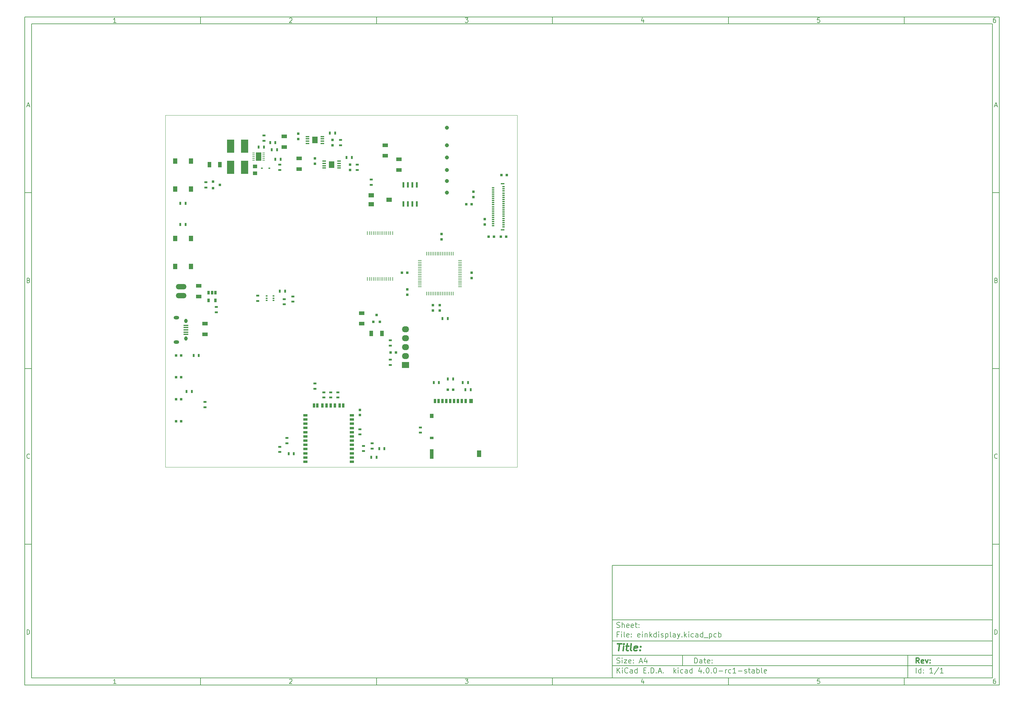
<source format=gts>
G04 #@! TF.FileFunction,Soldermask,Top*
%FSLAX46Y46*%
G04 Gerber Fmt 4.6, Leading zero omitted, Abs format (unit mm)*
G04 Created by KiCad (PCBNEW 4.0.0-rc1-stable) date Tue 08 Dec 2015 07:53:02 AM PST*
%MOMM*%
G01*
G04 APERTURE LIST*
%ADD10C,0.100000*%
%ADD11C,0.150000*%
%ADD12C,0.300000*%
%ADD13C,0.400000*%
%ADD14R,0.500000X0.900000*%
%ADD15R,0.600000X1.550000*%
%ADD16R,1.000000X0.250000*%
%ADD17R,0.250000X1.000000*%
%ADD18R,1.350000X0.400000*%
%ADD19O,0.950000X1.250000*%
%ADD20O,1.550000X1.000000*%
%ADD21O,3.014980X1.506220*%
%ADD22R,1.600000X1.000000*%
%ADD23R,0.750000X0.800000*%
%ADD24R,1.000000X1.600000*%
%ADD25R,0.800000X0.750000*%
%ADD26R,1.250000X1.000000*%
%ADD27R,1.000000X0.800000*%
%ADD28R,0.700000X1.200000*%
%ADD29R,1.000000X1.300480*%
%ADD30R,1.300000X1.900000*%
%ADD31R,1.000000X2.800000*%
%ADD32R,1.000000X1.200000*%
%ADD33R,0.797560X0.797560*%
%ADD34R,1.000000X0.400000*%
%ADD35R,0.800000X0.300000*%
%ADD36R,2.000000X3.700000*%
%ADD37R,2.032000X1.727200*%
%ADD38O,2.032000X1.727200*%
%ADD39R,0.800100X0.800100*%
%ADD40R,0.900000X0.500000*%
%ADD41R,1.524000X1.270000*%
%ADD42R,1.300000X1.550000*%
%ADD43C,1.143000*%
%ADD44R,0.650000X1.060000*%
%ADD45R,0.280000X1.000000*%
%ADD46R,1.650000X2.380000*%
%ADD47R,0.675000X0.250000*%
%ADD48R,1.600000X1.900000*%
%ADD49R,1.000000X0.380000*%
%ADD50R,0.600000X0.420000*%
%ADD51R,0.590000X0.450000*%
%ADD52R,1.295400X0.797560*%
%ADD53R,0.797560X1.295400*%
G04 APERTURE END LIST*
D10*
D11*
X177002200Y-166007200D02*
X177002200Y-198007200D01*
X285002200Y-198007200D01*
X285002200Y-166007200D01*
X177002200Y-166007200D01*
D10*
D11*
X10000000Y-10000000D02*
X10000000Y-200007200D01*
X287002200Y-200007200D01*
X287002200Y-10000000D01*
X10000000Y-10000000D01*
D10*
D11*
X12000000Y-12000000D02*
X12000000Y-198007200D01*
X285002200Y-198007200D01*
X285002200Y-12000000D01*
X12000000Y-12000000D01*
D10*
D11*
X60000000Y-12000000D02*
X60000000Y-10000000D01*
D10*
D11*
X110000000Y-12000000D02*
X110000000Y-10000000D01*
D10*
D11*
X160000000Y-12000000D02*
X160000000Y-10000000D01*
D10*
D11*
X210000000Y-12000000D02*
X210000000Y-10000000D01*
D10*
D11*
X260000000Y-12000000D02*
X260000000Y-10000000D01*
D10*
D11*
X35990476Y-11588095D02*
X35247619Y-11588095D01*
X35619048Y-11588095D02*
X35619048Y-10288095D01*
X35495238Y-10473810D01*
X35371429Y-10597619D01*
X35247619Y-10659524D01*
D10*
D11*
X85247619Y-10411905D02*
X85309524Y-10350000D01*
X85433333Y-10288095D01*
X85742857Y-10288095D01*
X85866667Y-10350000D01*
X85928571Y-10411905D01*
X85990476Y-10535714D01*
X85990476Y-10659524D01*
X85928571Y-10845238D01*
X85185714Y-11588095D01*
X85990476Y-11588095D01*
D10*
D11*
X135185714Y-10288095D02*
X135990476Y-10288095D01*
X135557143Y-10783333D01*
X135742857Y-10783333D01*
X135866667Y-10845238D01*
X135928571Y-10907143D01*
X135990476Y-11030952D01*
X135990476Y-11340476D01*
X135928571Y-11464286D01*
X135866667Y-11526190D01*
X135742857Y-11588095D01*
X135371429Y-11588095D01*
X135247619Y-11526190D01*
X135185714Y-11464286D01*
D10*
D11*
X185866667Y-10721429D02*
X185866667Y-11588095D01*
X185557143Y-10226190D02*
X185247619Y-11154762D01*
X186052381Y-11154762D01*
D10*
D11*
X235928571Y-10288095D02*
X235309524Y-10288095D01*
X235247619Y-10907143D01*
X235309524Y-10845238D01*
X235433333Y-10783333D01*
X235742857Y-10783333D01*
X235866667Y-10845238D01*
X235928571Y-10907143D01*
X235990476Y-11030952D01*
X235990476Y-11340476D01*
X235928571Y-11464286D01*
X235866667Y-11526190D01*
X235742857Y-11588095D01*
X235433333Y-11588095D01*
X235309524Y-11526190D01*
X235247619Y-11464286D01*
D10*
D11*
X285866667Y-10288095D02*
X285619048Y-10288095D01*
X285495238Y-10350000D01*
X285433333Y-10411905D01*
X285309524Y-10597619D01*
X285247619Y-10845238D01*
X285247619Y-11340476D01*
X285309524Y-11464286D01*
X285371429Y-11526190D01*
X285495238Y-11588095D01*
X285742857Y-11588095D01*
X285866667Y-11526190D01*
X285928571Y-11464286D01*
X285990476Y-11340476D01*
X285990476Y-11030952D01*
X285928571Y-10907143D01*
X285866667Y-10845238D01*
X285742857Y-10783333D01*
X285495238Y-10783333D01*
X285371429Y-10845238D01*
X285309524Y-10907143D01*
X285247619Y-11030952D01*
D10*
D11*
X60000000Y-198007200D02*
X60000000Y-200007200D01*
D10*
D11*
X110000000Y-198007200D02*
X110000000Y-200007200D01*
D10*
D11*
X160000000Y-198007200D02*
X160000000Y-200007200D01*
D10*
D11*
X210000000Y-198007200D02*
X210000000Y-200007200D01*
D10*
D11*
X260000000Y-198007200D02*
X260000000Y-200007200D01*
D10*
D11*
X35990476Y-199595295D02*
X35247619Y-199595295D01*
X35619048Y-199595295D02*
X35619048Y-198295295D01*
X35495238Y-198481010D01*
X35371429Y-198604819D01*
X35247619Y-198666724D01*
D10*
D11*
X85247619Y-198419105D02*
X85309524Y-198357200D01*
X85433333Y-198295295D01*
X85742857Y-198295295D01*
X85866667Y-198357200D01*
X85928571Y-198419105D01*
X85990476Y-198542914D01*
X85990476Y-198666724D01*
X85928571Y-198852438D01*
X85185714Y-199595295D01*
X85990476Y-199595295D01*
D10*
D11*
X135185714Y-198295295D02*
X135990476Y-198295295D01*
X135557143Y-198790533D01*
X135742857Y-198790533D01*
X135866667Y-198852438D01*
X135928571Y-198914343D01*
X135990476Y-199038152D01*
X135990476Y-199347676D01*
X135928571Y-199471486D01*
X135866667Y-199533390D01*
X135742857Y-199595295D01*
X135371429Y-199595295D01*
X135247619Y-199533390D01*
X135185714Y-199471486D01*
D10*
D11*
X185866667Y-198728629D02*
X185866667Y-199595295D01*
X185557143Y-198233390D02*
X185247619Y-199161962D01*
X186052381Y-199161962D01*
D10*
D11*
X235928571Y-198295295D02*
X235309524Y-198295295D01*
X235247619Y-198914343D01*
X235309524Y-198852438D01*
X235433333Y-198790533D01*
X235742857Y-198790533D01*
X235866667Y-198852438D01*
X235928571Y-198914343D01*
X235990476Y-199038152D01*
X235990476Y-199347676D01*
X235928571Y-199471486D01*
X235866667Y-199533390D01*
X235742857Y-199595295D01*
X235433333Y-199595295D01*
X235309524Y-199533390D01*
X235247619Y-199471486D01*
D10*
D11*
X285866667Y-198295295D02*
X285619048Y-198295295D01*
X285495238Y-198357200D01*
X285433333Y-198419105D01*
X285309524Y-198604819D01*
X285247619Y-198852438D01*
X285247619Y-199347676D01*
X285309524Y-199471486D01*
X285371429Y-199533390D01*
X285495238Y-199595295D01*
X285742857Y-199595295D01*
X285866667Y-199533390D01*
X285928571Y-199471486D01*
X285990476Y-199347676D01*
X285990476Y-199038152D01*
X285928571Y-198914343D01*
X285866667Y-198852438D01*
X285742857Y-198790533D01*
X285495238Y-198790533D01*
X285371429Y-198852438D01*
X285309524Y-198914343D01*
X285247619Y-199038152D01*
D10*
D11*
X10000000Y-60000000D02*
X12000000Y-60000000D01*
D10*
D11*
X10000000Y-110000000D02*
X12000000Y-110000000D01*
D10*
D11*
X10000000Y-160000000D02*
X12000000Y-160000000D01*
D10*
D11*
X10690476Y-35216667D02*
X11309524Y-35216667D01*
X10566667Y-35588095D02*
X11000000Y-34288095D01*
X11433333Y-35588095D01*
D10*
D11*
X11092857Y-84907143D02*
X11278571Y-84969048D01*
X11340476Y-85030952D01*
X11402381Y-85154762D01*
X11402381Y-85340476D01*
X11340476Y-85464286D01*
X11278571Y-85526190D01*
X11154762Y-85588095D01*
X10659524Y-85588095D01*
X10659524Y-84288095D01*
X11092857Y-84288095D01*
X11216667Y-84350000D01*
X11278571Y-84411905D01*
X11340476Y-84535714D01*
X11340476Y-84659524D01*
X11278571Y-84783333D01*
X11216667Y-84845238D01*
X11092857Y-84907143D01*
X10659524Y-84907143D01*
D10*
D11*
X11402381Y-135464286D02*
X11340476Y-135526190D01*
X11154762Y-135588095D01*
X11030952Y-135588095D01*
X10845238Y-135526190D01*
X10721429Y-135402381D01*
X10659524Y-135278571D01*
X10597619Y-135030952D01*
X10597619Y-134845238D01*
X10659524Y-134597619D01*
X10721429Y-134473810D01*
X10845238Y-134350000D01*
X11030952Y-134288095D01*
X11154762Y-134288095D01*
X11340476Y-134350000D01*
X11402381Y-134411905D01*
D10*
D11*
X10659524Y-185588095D02*
X10659524Y-184288095D01*
X10969048Y-184288095D01*
X11154762Y-184350000D01*
X11278571Y-184473810D01*
X11340476Y-184597619D01*
X11402381Y-184845238D01*
X11402381Y-185030952D01*
X11340476Y-185278571D01*
X11278571Y-185402381D01*
X11154762Y-185526190D01*
X10969048Y-185588095D01*
X10659524Y-185588095D01*
D10*
D11*
X287002200Y-60000000D02*
X285002200Y-60000000D01*
D10*
D11*
X287002200Y-110000000D02*
X285002200Y-110000000D01*
D10*
D11*
X287002200Y-160000000D02*
X285002200Y-160000000D01*
D10*
D11*
X285692676Y-35216667D02*
X286311724Y-35216667D01*
X285568867Y-35588095D02*
X286002200Y-34288095D01*
X286435533Y-35588095D01*
D10*
D11*
X286095057Y-84907143D02*
X286280771Y-84969048D01*
X286342676Y-85030952D01*
X286404581Y-85154762D01*
X286404581Y-85340476D01*
X286342676Y-85464286D01*
X286280771Y-85526190D01*
X286156962Y-85588095D01*
X285661724Y-85588095D01*
X285661724Y-84288095D01*
X286095057Y-84288095D01*
X286218867Y-84350000D01*
X286280771Y-84411905D01*
X286342676Y-84535714D01*
X286342676Y-84659524D01*
X286280771Y-84783333D01*
X286218867Y-84845238D01*
X286095057Y-84907143D01*
X285661724Y-84907143D01*
D10*
D11*
X286404581Y-135464286D02*
X286342676Y-135526190D01*
X286156962Y-135588095D01*
X286033152Y-135588095D01*
X285847438Y-135526190D01*
X285723629Y-135402381D01*
X285661724Y-135278571D01*
X285599819Y-135030952D01*
X285599819Y-134845238D01*
X285661724Y-134597619D01*
X285723629Y-134473810D01*
X285847438Y-134350000D01*
X286033152Y-134288095D01*
X286156962Y-134288095D01*
X286342676Y-134350000D01*
X286404581Y-134411905D01*
D10*
D11*
X285661724Y-185588095D02*
X285661724Y-184288095D01*
X285971248Y-184288095D01*
X286156962Y-184350000D01*
X286280771Y-184473810D01*
X286342676Y-184597619D01*
X286404581Y-184845238D01*
X286404581Y-185030952D01*
X286342676Y-185278571D01*
X286280771Y-185402381D01*
X286156962Y-185526190D01*
X285971248Y-185588095D01*
X285661724Y-185588095D01*
D10*
D11*
X200359343Y-193785771D02*
X200359343Y-192285771D01*
X200716486Y-192285771D01*
X200930771Y-192357200D01*
X201073629Y-192500057D01*
X201145057Y-192642914D01*
X201216486Y-192928629D01*
X201216486Y-193142914D01*
X201145057Y-193428629D01*
X201073629Y-193571486D01*
X200930771Y-193714343D01*
X200716486Y-193785771D01*
X200359343Y-193785771D01*
X202502200Y-193785771D02*
X202502200Y-193000057D01*
X202430771Y-192857200D01*
X202287914Y-192785771D01*
X202002200Y-192785771D01*
X201859343Y-192857200D01*
X202502200Y-193714343D02*
X202359343Y-193785771D01*
X202002200Y-193785771D01*
X201859343Y-193714343D01*
X201787914Y-193571486D01*
X201787914Y-193428629D01*
X201859343Y-193285771D01*
X202002200Y-193214343D01*
X202359343Y-193214343D01*
X202502200Y-193142914D01*
X203002200Y-192785771D02*
X203573629Y-192785771D01*
X203216486Y-192285771D02*
X203216486Y-193571486D01*
X203287914Y-193714343D01*
X203430772Y-193785771D01*
X203573629Y-193785771D01*
X204645057Y-193714343D02*
X204502200Y-193785771D01*
X204216486Y-193785771D01*
X204073629Y-193714343D01*
X204002200Y-193571486D01*
X204002200Y-193000057D01*
X204073629Y-192857200D01*
X204216486Y-192785771D01*
X204502200Y-192785771D01*
X204645057Y-192857200D01*
X204716486Y-193000057D01*
X204716486Y-193142914D01*
X204002200Y-193285771D01*
X205359343Y-193642914D02*
X205430771Y-193714343D01*
X205359343Y-193785771D01*
X205287914Y-193714343D01*
X205359343Y-193642914D01*
X205359343Y-193785771D01*
X205359343Y-192857200D02*
X205430771Y-192928629D01*
X205359343Y-193000057D01*
X205287914Y-192928629D01*
X205359343Y-192857200D01*
X205359343Y-193000057D01*
D10*
D11*
X177002200Y-194507200D02*
X285002200Y-194507200D01*
D10*
D11*
X178359343Y-196585771D02*
X178359343Y-195085771D01*
X179216486Y-196585771D02*
X178573629Y-195728629D01*
X179216486Y-195085771D02*
X178359343Y-195942914D01*
X179859343Y-196585771D02*
X179859343Y-195585771D01*
X179859343Y-195085771D02*
X179787914Y-195157200D01*
X179859343Y-195228629D01*
X179930771Y-195157200D01*
X179859343Y-195085771D01*
X179859343Y-195228629D01*
X181430772Y-196442914D02*
X181359343Y-196514343D01*
X181145057Y-196585771D01*
X181002200Y-196585771D01*
X180787915Y-196514343D01*
X180645057Y-196371486D01*
X180573629Y-196228629D01*
X180502200Y-195942914D01*
X180502200Y-195728629D01*
X180573629Y-195442914D01*
X180645057Y-195300057D01*
X180787915Y-195157200D01*
X181002200Y-195085771D01*
X181145057Y-195085771D01*
X181359343Y-195157200D01*
X181430772Y-195228629D01*
X182716486Y-196585771D02*
X182716486Y-195800057D01*
X182645057Y-195657200D01*
X182502200Y-195585771D01*
X182216486Y-195585771D01*
X182073629Y-195657200D01*
X182716486Y-196514343D02*
X182573629Y-196585771D01*
X182216486Y-196585771D01*
X182073629Y-196514343D01*
X182002200Y-196371486D01*
X182002200Y-196228629D01*
X182073629Y-196085771D01*
X182216486Y-196014343D01*
X182573629Y-196014343D01*
X182716486Y-195942914D01*
X184073629Y-196585771D02*
X184073629Y-195085771D01*
X184073629Y-196514343D02*
X183930772Y-196585771D01*
X183645058Y-196585771D01*
X183502200Y-196514343D01*
X183430772Y-196442914D01*
X183359343Y-196300057D01*
X183359343Y-195871486D01*
X183430772Y-195728629D01*
X183502200Y-195657200D01*
X183645058Y-195585771D01*
X183930772Y-195585771D01*
X184073629Y-195657200D01*
X185930772Y-195800057D02*
X186430772Y-195800057D01*
X186645058Y-196585771D02*
X185930772Y-196585771D01*
X185930772Y-195085771D01*
X186645058Y-195085771D01*
X187287915Y-196442914D02*
X187359343Y-196514343D01*
X187287915Y-196585771D01*
X187216486Y-196514343D01*
X187287915Y-196442914D01*
X187287915Y-196585771D01*
X188002201Y-196585771D02*
X188002201Y-195085771D01*
X188359344Y-195085771D01*
X188573629Y-195157200D01*
X188716487Y-195300057D01*
X188787915Y-195442914D01*
X188859344Y-195728629D01*
X188859344Y-195942914D01*
X188787915Y-196228629D01*
X188716487Y-196371486D01*
X188573629Y-196514343D01*
X188359344Y-196585771D01*
X188002201Y-196585771D01*
X189502201Y-196442914D02*
X189573629Y-196514343D01*
X189502201Y-196585771D01*
X189430772Y-196514343D01*
X189502201Y-196442914D01*
X189502201Y-196585771D01*
X190145058Y-196157200D02*
X190859344Y-196157200D01*
X190002201Y-196585771D02*
X190502201Y-195085771D01*
X191002201Y-196585771D01*
X191502201Y-196442914D02*
X191573629Y-196514343D01*
X191502201Y-196585771D01*
X191430772Y-196514343D01*
X191502201Y-196442914D01*
X191502201Y-196585771D01*
X194502201Y-196585771D02*
X194502201Y-195085771D01*
X194645058Y-196014343D02*
X195073629Y-196585771D01*
X195073629Y-195585771D02*
X194502201Y-196157200D01*
X195716487Y-196585771D02*
X195716487Y-195585771D01*
X195716487Y-195085771D02*
X195645058Y-195157200D01*
X195716487Y-195228629D01*
X195787915Y-195157200D01*
X195716487Y-195085771D01*
X195716487Y-195228629D01*
X197073630Y-196514343D02*
X196930773Y-196585771D01*
X196645059Y-196585771D01*
X196502201Y-196514343D01*
X196430773Y-196442914D01*
X196359344Y-196300057D01*
X196359344Y-195871486D01*
X196430773Y-195728629D01*
X196502201Y-195657200D01*
X196645059Y-195585771D01*
X196930773Y-195585771D01*
X197073630Y-195657200D01*
X198359344Y-196585771D02*
X198359344Y-195800057D01*
X198287915Y-195657200D01*
X198145058Y-195585771D01*
X197859344Y-195585771D01*
X197716487Y-195657200D01*
X198359344Y-196514343D02*
X198216487Y-196585771D01*
X197859344Y-196585771D01*
X197716487Y-196514343D01*
X197645058Y-196371486D01*
X197645058Y-196228629D01*
X197716487Y-196085771D01*
X197859344Y-196014343D01*
X198216487Y-196014343D01*
X198359344Y-195942914D01*
X199716487Y-196585771D02*
X199716487Y-195085771D01*
X199716487Y-196514343D02*
X199573630Y-196585771D01*
X199287916Y-196585771D01*
X199145058Y-196514343D01*
X199073630Y-196442914D01*
X199002201Y-196300057D01*
X199002201Y-195871486D01*
X199073630Y-195728629D01*
X199145058Y-195657200D01*
X199287916Y-195585771D01*
X199573630Y-195585771D01*
X199716487Y-195657200D01*
X202216487Y-195585771D02*
X202216487Y-196585771D01*
X201859344Y-195014343D02*
X201502201Y-196085771D01*
X202430773Y-196085771D01*
X203002201Y-196442914D02*
X203073629Y-196514343D01*
X203002201Y-196585771D01*
X202930772Y-196514343D01*
X203002201Y-196442914D01*
X203002201Y-196585771D01*
X204002201Y-195085771D02*
X204145058Y-195085771D01*
X204287915Y-195157200D01*
X204359344Y-195228629D01*
X204430773Y-195371486D01*
X204502201Y-195657200D01*
X204502201Y-196014343D01*
X204430773Y-196300057D01*
X204359344Y-196442914D01*
X204287915Y-196514343D01*
X204145058Y-196585771D01*
X204002201Y-196585771D01*
X203859344Y-196514343D01*
X203787915Y-196442914D01*
X203716487Y-196300057D01*
X203645058Y-196014343D01*
X203645058Y-195657200D01*
X203716487Y-195371486D01*
X203787915Y-195228629D01*
X203859344Y-195157200D01*
X204002201Y-195085771D01*
X205145058Y-196442914D02*
X205216486Y-196514343D01*
X205145058Y-196585771D01*
X205073629Y-196514343D01*
X205145058Y-196442914D01*
X205145058Y-196585771D01*
X206145058Y-195085771D02*
X206287915Y-195085771D01*
X206430772Y-195157200D01*
X206502201Y-195228629D01*
X206573630Y-195371486D01*
X206645058Y-195657200D01*
X206645058Y-196014343D01*
X206573630Y-196300057D01*
X206502201Y-196442914D01*
X206430772Y-196514343D01*
X206287915Y-196585771D01*
X206145058Y-196585771D01*
X206002201Y-196514343D01*
X205930772Y-196442914D01*
X205859344Y-196300057D01*
X205787915Y-196014343D01*
X205787915Y-195657200D01*
X205859344Y-195371486D01*
X205930772Y-195228629D01*
X206002201Y-195157200D01*
X206145058Y-195085771D01*
X207287915Y-196014343D02*
X208430772Y-196014343D01*
X209145058Y-196585771D02*
X209145058Y-195585771D01*
X209145058Y-195871486D02*
X209216486Y-195728629D01*
X209287915Y-195657200D01*
X209430772Y-195585771D01*
X209573629Y-195585771D01*
X210716486Y-196514343D02*
X210573629Y-196585771D01*
X210287915Y-196585771D01*
X210145057Y-196514343D01*
X210073629Y-196442914D01*
X210002200Y-196300057D01*
X210002200Y-195871486D01*
X210073629Y-195728629D01*
X210145057Y-195657200D01*
X210287915Y-195585771D01*
X210573629Y-195585771D01*
X210716486Y-195657200D01*
X212145057Y-196585771D02*
X211287914Y-196585771D01*
X211716486Y-196585771D02*
X211716486Y-195085771D01*
X211573629Y-195300057D01*
X211430771Y-195442914D01*
X211287914Y-195514343D01*
X212787914Y-196014343D02*
X213930771Y-196014343D01*
X214573628Y-196514343D02*
X214716485Y-196585771D01*
X215002200Y-196585771D01*
X215145057Y-196514343D01*
X215216485Y-196371486D01*
X215216485Y-196300057D01*
X215145057Y-196157200D01*
X215002200Y-196085771D01*
X214787914Y-196085771D01*
X214645057Y-196014343D01*
X214573628Y-195871486D01*
X214573628Y-195800057D01*
X214645057Y-195657200D01*
X214787914Y-195585771D01*
X215002200Y-195585771D01*
X215145057Y-195657200D01*
X215645057Y-195585771D02*
X216216486Y-195585771D01*
X215859343Y-195085771D02*
X215859343Y-196371486D01*
X215930771Y-196514343D01*
X216073629Y-196585771D01*
X216216486Y-196585771D01*
X217359343Y-196585771D02*
X217359343Y-195800057D01*
X217287914Y-195657200D01*
X217145057Y-195585771D01*
X216859343Y-195585771D01*
X216716486Y-195657200D01*
X217359343Y-196514343D02*
X217216486Y-196585771D01*
X216859343Y-196585771D01*
X216716486Y-196514343D01*
X216645057Y-196371486D01*
X216645057Y-196228629D01*
X216716486Y-196085771D01*
X216859343Y-196014343D01*
X217216486Y-196014343D01*
X217359343Y-195942914D01*
X218073629Y-196585771D02*
X218073629Y-195085771D01*
X218073629Y-195657200D02*
X218216486Y-195585771D01*
X218502200Y-195585771D01*
X218645057Y-195657200D01*
X218716486Y-195728629D01*
X218787915Y-195871486D01*
X218787915Y-196300057D01*
X218716486Y-196442914D01*
X218645057Y-196514343D01*
X218502200Y-196585771D01*
X218216486Y-196585771D01*
X218073629Y-196514343D01*
X219645058Y-196585771D02*
X219502200Y-196514343D01*
X219430772Y-196371486D01*
X219430772Y-195085771D01*
X220787914Y-196514343D02*
X220645057Y-196585771D01*
X220359343Y-196585771D01*
X220216486Y-196514343D01*
X220145057Y-196371486D01*
X220145057Y-195800057D01*
X220216486Y-195657200D01*
X220359343Y-195585771D01*
X220645057Y-195585771D01*
X220787914Y-195657200D01*
X220859343Y-195800057D01*
X220859343Y-195942914D01*
X220145057Y-196085771D01*
D10*
D11*
X177002200Y-191507200D02*
X285002200Y-191507200D01*
D10*
D12*
X264216486Y-193785771D02*
X263716486Y-193071486D01*
X263359343Y-193785771D02*
X263359343Y-192285771D01*
X263930771Y-192285771D01*
X264073629Y-192357200D01*
X264145057Y-192428629D01*
X264216486Y-192571486D01*
X264216486Y-192785771D01*
X264145057Y-192928629D01*
X264073629Y-193000057D01*
X263930771Y-193071486D01*
X263359343Y-193071486D01*
X265430771Y-193714343D02*
X265287914Y-193785771D01*
X265002200Y-193785771D01*
X264859343Y-193714343D01*
X264787914Y-193571486D01*
X264787914Y-193000057D01*
X264859343Y-192857200D01*
X265002200Y-192785771D01*
X265287914Y-192785771D01*
X265430771Y-192857200D01*
X265502200Y-193000057D01*
X265502200Y-193142914D01*
X264787914Y-193285771D01*
X266002200Y-192785771D02*
X266359343Y-193785771D01*
X266716485Y-192785771D01*
X267287914Y-193642914D02*
X267359342Y-193714343D01*
X267287914Y-193785771D01*
X267216485Y-193714343D01*
X267287914Y-193642914D01*
X267287914Y-193785771D01*
X267287914Y-192857200D02*
X267359342Y-192928629D01*
X267287914Y-193000057D01*
X267216485Y-192928629D01*
X267287914Y-192857200D01*
X267287914Y-193000057D01*
D10*
D11*
X178287914Y-193714343D02*
X178502200Y-193785771D01*
X178859343Y-193785771D01*
X179002200Y-193714343D01*
X179073629Y-193642914D01*
X179145057Y-193500057D01*
X179145057Y-193357200D01*
X179073629Y-193214343D01*
X179002200Y-193142914D01*
X178859343Y-193071486D01*
X178573629Y-193000057D01*
X178430771Y-192928629D01*
X178359343Y-192857200D01*
X178287914Y-192714343D01*
X178287914Y-192571486D01*
X178359343Y-192428629D01*
X178430771Y-192357200D01*
X178573629Y-192285771D01*
X178930771Y-192285771D01*
X179145057Y-192357200D01*
X179787914Y-193785771D02*
X179787914Y-192785771D01*
X179787914Y-192285771D02*
X179716485Y-192357200D01*
X179787914Y-192428629D01*
X179859342Y-192357200D01*
X179787914Y-192285771D01*
X179787914Y-192428629D01*
X180359343Y-192785771D02*
X181145057Y-192785771D01*
X180359343Y-193785771D01*
X181145057Y-193785771D01*
X182287914Y-193714343D02*
X182145057Y-193785771D01*
X181859343Y-193785771D01*
X181716486Y-193714343D01*
X181645057Y-193571486D01*
X181645057Y-193000057D01*
X181716486Y-192857200D01*
X181859343Y-192785771D01*
X182145057Y-192785771D01*
X182287914Y-192857200D01*
X182359343Y-193000057D01*
X182359343Y-193142914D01*
X181645057Y-193285771D01*
X183002200Y-193642914D02*
X183073628Y-193714343D01*
X183002200Y-193785771D01*
X182930771Y-193714343D01*
X183002200Y-193642914D01*
X183002200Y-193785771D01*
X183002200Y-192857200D02*
X183073628Y-192928629D01*
X183002200Y-193000057D01*
X182930771Y-192928629D01*
X183002200Y-192857200D01*
X183002200Y-193000057D01*
X184787914Y-193357200D02*
X185502200Y-193357200D01*
X184645057Y-193785771D02*
X185145057Y-192285771D01*
X185645057Y-193785771D01*
X186787914Y-192785771D02*
X186787914Y-193785771D01*
X186430771Y-192214343D02*
X186073628Y-193285771D01*
X187002200Y-193285771D01*
D10*
D11*
X263359343Y-196585771D02*
X263359343Y-195085771D01*
X264716486Y-196585771D02*
X264716486Y-195085771D01*
X264716486Y-196514343D02*
X264573629Y-196585771D01*
X264287915Y-196585771D01*
X264145057Y-196514343D01*
X264073629Y-196442914D01*
X264002200Y-196300057D01*
X264002200Y-195871486D01*
X264073629Y-195728629D01*
X264145057Y-195657200D01*
X264287915Y-195585771D01*
X264573629Y-195585771D01*
X264716486Y-195657200D01*
X265430772Y-196442914D02*
X265502200Y-196514343D01*
X265430772Y-196585771D01*
X265359343Y-196514343D01*
X265430772Y-196442914D01*
X265430772Y-196585771D01*
X265430772Y-195657200D02*
X265502200Y-195728629D01*
X265430772Y-195800057D01*
X265359343Y-195728629D01*
X265430772Y-195657200D01*
X265430772Y-195800057D01*
X268073629Y-196585771D02*
X267216486Y-196585771D01*
X267645058Y-196585771D02*
X267645058Y-195085771D01*
X267502201Y-195300057D01*
X267359343Y-195442914D01*
X267216486Y-195514343D01*
X269787914Y-195014343D02*
X268502200Y-196942914D01*
X271073629Y-196585771D02*
X270216486Y-196585771D01*
X270645058Y-196585771D02*
X270645058Y-195085771D01*
X270502201Y-195300057D01*
X270359343Y-195442914D01*
X270216486Y-195514343D01*
D10*
D11*
X177002200Y-187507200D02*
X285002200Y-187507200D01*
D10*
D13*
X178454581Y-188211962D02*
X179597438Y-188211962D01*
X178776010Y-190211962D02*
X179026010Y-188211962D01*
X180014105Y-190211962D02*
X180180771Y-188878629D01*
X180264105Y-188211962D02*
X180156962Y-188307200D01*
X180240295Y-188402438D01*
X180347439Y-188307200D01*
X180264105Y-188211962D01*
X180240295Y-188402438D01*
X180847438Y-188878629D02*
X181609343Y-188878629D01*
X181216486Y-188211962D02*
X181002200Y-189926248D01*
X181073630Y-190116724D01*
X181252201Y-190211962D01*
X181442677Y-190211962D01*
X182395058Y-190211962D02*
X182216487Y-190116724D01*
X182145057Y-189926248D01*
X182359343Y-188211962D01*
X183930772Y-190116724D02*
X183728391Y-190211962D01*
X183347439Y-190211962D01*
X183168867Y-190116724D01*
X183097438Y-189926248D01*
X183192676Y-189164343D01*
X183311724Y-188973867D01*
X183514105Y-188878629D01*
X183895057Y-188878629D01*
X184073629Y-188973867D01*
X184145057Y-189164343D01*
X184121248Y-189354819D01*
X183145057Y-189545295D01*
X184895057Y-190021486D02*
X184978392Y-190116724D01*
X184871248Y-190211962D01*
X184787915Y-190116724D01*
X184895057Y-190021486D01*
X184871248Y-190211962D01*
X185026010Y-188973867D02*
X185109344Y-189069105D01*
X185002200Y-189164343D01*
X184918867Y-189069105D01*
X185026010Y-188973867D01*
X185002200Y-189164343D01*
D10*
D11*
X178859343Y-185600057D02*
X178359343Y-185600057D01*
X178359343Y-186385771D02*
X178359343Y-184885771D01*
X179073629Y-184885771D01*
X179645057Y-186385771D02*
X179645057Y-185385771D01*
X179645057Y-184885771D02*
X179573628Y-184957200D01*
X179645057Y-185028629D01*
X179716485Y-184957200D01*
X179645057Y-184885771D01*
X179645057Y-185028629D01*
X180573629Y-186385771D02*
X180430771Y-186314343D01*
X180359343Y-186171486D01*
X180359343Y-184885771D01*
X181716485Y-186314343D02*
X181573628Y-186385771D01*
X181287914Y-186385771D01*
X181145057Y-186314343D01*
X181073628Y-186171486D01*
X181073628Y-185600057D01*
X181145057Y-185457200D01*
X181287914Y-185385771D01*
X181573628Y-185385771D01*
X181716485Y-185457200D01*
X181787914Y-185600057D01*
X181787914Y-185742914D01*
X181073628Y-185885771D01*
X182430771Y-186242914D02*
X182502199Y-186314343D01*
X182430771Y-186385771D01*
X182359342Y-186314343D01*
X182430771Y-186242914D01*
X182430771Y-186385771D01*
X182430771Y-185457200D02*
X182502199Y-185528629D01*
X182430771Y-185600057D01*
X182359342Y-185528629D01*
X182430771Y-185457200D01*
X182430771Y-185600057D01*
X184859342Y-186314343D02*
X184716485Y-186385771D01*
X184430771Y-186385771D01*
X184287914Y-186314343D01*
X184216485Y-186171486D01*
X184216485Y-185600057D01*
X184287914Y-185457200D01*
X184430771Y-185385771D01*
X184716485Y-185385771D01*
X184859342Y-185457200D01*
X184930771Y-185600057D01*
X184930771Y-185742914D01*
X184216485Y-185885771D01*
X185573628Y-186385771D02*
X185573628Y-185385771D01*
X185573628Y-184885771D02*
X185502199Y-184957200D01*
X185573628Y-185028629D01*
X185645056Y-184957200D01*
X185573628Y-184885771D01*
X185573628Y-185028629D01*
X186287914Y-185385771D02*
X186287914Y-186385771D01*
X186287914Y-185528629D02*
X186359342Y-185457200D01*
X186502200Y-185385771D01*
X186716485Y-185385771D01*
X186859342Y-185457200D01*
X186930771Y-185600057D01*
X186930771Y-186385771D01*
X187645057Y-186385771D02*
X187645057Y-184885771D01*
X187787914Y-185814343D02*
X188216485Y-186385771D01*
X188216485Y-185385771D02*
X187645057Y-185957200D01*
X189502200Y-186385771D02*
X189502200Y-184885771D01*
X189502200Y-186314343D02*
X189359343Y-186385771D01*
X189073629Y-186385771D01*
X188930771Y-186314343D01*
X188859343Y-186242914D01*
X188787914Y-186100057D01*
X188787914Y-185671486D01*
X188859343Y-185528629D01*
X188930771Y-185457200D01*
X189073629Y-185385771D01*
X189359343Y-185385771D01*
X189502200Y-185457200D01*
X190216486Y-186385771D02*
X190216486Y-185385771D01*
X190216486Y-184885771D02*
X190145057Y-184957200D01*
X190216486Y-185028629D01*
X190287914Y-184957200D01*
X190216486Y-184885771D01*
X190216486Y-185028629D01*
X190859343Y-186314343D02*
X191002200Y-186385771D01*
X191287915Y-186385771D01*
X191430772Y-186314343D01*
X191502200Y-186171486D01*
X191502200Y-186100057D01*
X191430772Y-185957200D01*
X191287915Y-185885771D01*
X191073629Y-185885771D01*
X190930772Y-185814343D01*
X190859343Y-185671486D01*
X190859343Y-185600057D01*
X190930772Y-185457200D01*
X191073629Y-185385771D01*
X191287915Y-185385771D01*
X191430772Y-185457200D01*
X192145058Y-185385771D02*
X192145058Y-186885771D01*
X192145058Y-185457200D02*
X192287915Y-185385771D01*
X192573629Y-185385771D01*
X192716486Y-185457200D01*
X192787915Y-185528629D01*
X192859344Y-185671486D01*
X192859344Y-186100057D01*
X192787915Y-186242914D01*
X192716486Y-186314343D01*
X192573629Y-186385771D01*
X192287915Y-186385771D01*
X192145058Y-186314343D01*
X193716487Y-186385771D02*
X193573629Y-186314343D01*
X193502201Y-186171486D01*
X193502201Y-184885771D01*
X194930772Y-186385771D02*
X194930772Y-185600057D01*
X194859343Y-185457200D01*
X194716486Y-185385771D01*
X194430772Y-185385771D01*
X194287915Y-185457200D01*
X194930772Y-186314343D02*
X194787915Y-186385771D01*
X194430772Y-186385771D01*
X194287915Y-186314343D01*
X194216486Y-186171486D01*
X194216486Y-186028629D01*
X194287915Y-185885771D01*
X194430772Y-185814343D01*
X194787915Y-185814343D01*
X194930772Y-185742914D01*
X195502201Y-185385771D02*
X195859344Y-186385771D01*
X196216486Y-185385771D02*
X195859344Y-186385771D01*
X195716486Y-186742914D01*
X195645058Y-186814343D01*
X195502201Y-186885771D01*
X196787915Y-186242914D02*
X196859343Y-186314343D01*
X196787915Y-186385771D01*
X196716486Y-186314343D01*
X196787915Y-186242914D01*
X196787915Y-186385771D01*
X197502201Y-186385771D02*
X197502201Y-184885771D01*
X197645058Y-185814343D02*
X198073629Y-186385771D01*
X198073629Y-185385771D02*
X197502201Y-185957200D01*
X198716487Y-186385771D02*
X198716487Y-185385771D01*
X198716487Y-184885771D02*
X198645058Y-184957200D01*
X198716487Y-185028629D01*
X198787915Y-184957200D01*
X198716487Y-184885771D01*
X198716487Y-185028629D01*
X200073630Y-186314343D02*
X199930773Y-186385771D01*
X199645059Y-186385771D01*
X199502201Y-186314343D01*
X199430773Y-186242914D01*
X199359344Y-186100057D01*
X199359344Y-185671486D01*
X199430773Y-185528629D01*
X199502201Y-185457200D01*
X199645059Y-185385771D01*
X199930773Y-185385771D01*
X200073630Y-185457200D01*
X201359344Y-186385771D02*
X201359344Y-185600057D01*
X201287915Y-185457200D01*
X201145058Y-185385771D01*
X200859344Y-185385771D01*
X200716487Y-185457200D01*
X201359344Y-186314343D02*
X201216487Y-186385771D01*
X200859344Y-186385771D01*
X200716487Y-186314343D01*
X200645058Y-186171486D01*
X200645058Y-186028629D01*
X200716487Y-185885771D01*
X200859344Y-185814343D01*
X201216487Y-185814343D01*
X201359344Y-185742914D01*
X202716487Y-186385771D02*
X202716487Y-184885771D01*
X202716487Y-186314343D02*
X202573630Y-186385771D01*
X202287916Y-186385771D01*
X202145058Y-186314343D01*
X202073630Y-186242914D01*
X202002201Y-186100057D01*
X202002201Y-185671486D01*
X202073630Y-185528629D01*
X202145058Y-185457200D01*
X202287916Y-185385771D01*
X202573630Y-185385771D01*
X202716487Y-185457200D01*
X203073630Y-186528629D02*
X204216487Y-186528629D01*
X204573630Y-185385771D02*
X204573630Y-186885771D01*
X204573630Y-185457200D02*
X204716487Y-185385771D01*
X205002201Y-185385771D01*
X205145058Y-185457200D01*
X205216487Y-185528629D01*
X205287916Y-185671486D01*
X205287916Y-186100057D01*
X205216487Y-186242914D01*
X205145058Y-186314343D01*
X205002201Y-186385771D01*
X204716487Y-186385771D01*
X204573630Y-186314343D01*
X206573630Y-186314343D02*
X206430773Y-186385771D01*
X206145059Y-186385771D01*
X206002201Y-186314343D01*
X205930773Y-186242914D01*
X205859344Y-186100057D01*
X205859344Y-185671486D01*
X205930773Y-185528629D01*
X206002201Y-185457200D01*
X206145059Y-185385771D01*
X206430773Y-185385771D01*
X206573630Y-185457200D01*
X207216487Y-186385771D02*
X207216487Y-184885771D01*
X207216487Y-185457200D02*
X207359344Y-185385771D01*
X207645058Y-185385771D01*
X207787915Y-185457200D01*
X207859344Y-185528629D01*
X207930773Y-185671486D01*
X207930773Y-186100057D01*
X207859344Y-186242914D01*
X207787915Y-186314343D01*
X207645058Y-186385771D01*
X207359344Y-186385771D01*
X207216487Y-186314343D01*
D10*
D11*
X177002200Y-181507200D02*
X285002200Y-181507200D01*
D10*
D11*
X178287914Y-183614343D02*
X178502200Y-183685771D01*
X178859343Y-183685771D01*
X179002200Y-183614343D01*
X179073629Y-183542914D01*
X179145057Y-183400057D01*
X179145057Y-183257200D01*
X179073629Y-183114343D01*
X179002200Y-183042914D01*
X178859343Y-182971486D01*
X178573629Y-182900057D01*
X178430771Y-182828629D01*
X178359343Y-182757200D01*
X178287914Y-182614343D01*
X178287914Y-182471486D01*
X178359343Y-182328629D01*
X178430771Y-182257200D01*
X178573629Y-182185771D01*
X178930771Y-182185771D01*
X179145057Y-182257200D01*
X179787914Y-183685771D02*
X179787914Y-182185771D01*
X180430771Y-183685771D02*
X180430771Y-182900057D01*
X180359342Y-182757200D01*
X180216485Y-182685771D01*
X180002200Y-182685771D01*
X179859342Y-182757200D01*
X179787914Y-182828629D01*
X181716485Y-183614343D02*
X181573628Y-183685771D01*
X181287914Y-183685771D01*
X181145057Y-183614343D01*
X181073628Y-183471486D01*
X181073628Y-182900057D01*
X181145057Y-182757200D01*
X181287914Y-182685771D01*
X181573628Y-182685771D01*
X181716485Y-182757200D01*
X181787914Y-182900057D01*
X181787914Y-183042914D01*
X181073628Y-183185771D01*
X183002199Y-183614343D02*
X182859342Y-183685771D01*
X182573628Y-183685771D01*
X182430771Y-183614343D01*
X182359342Y-183471486D01*
X182359342Y-182900057D01*
X182430771Y-182757200D01*
X182573628Y-182685771D01*
X182859342Y-182685771D01*
X183002199Y-182757200D01*
X183073628Y-182900057D01*
X183073628Y-183042914D01*
X182359342Y-183185771D01*
X183502199Y-182685771D02*
X184073628Y-182685771D01*
X183716485Y-182185771D02*
X183716485Y-183471486D01*
X183787913Y-183614343D01*
X183930771Y-183685771D01*
X184073628Y-183685771D01*
X184573628Y-183542914D02*
X184645056Y-183614343D01*
X184573628Y-183685771D01*
X184502199Y-183614343D01*
X184573628Y-183542914D01*
X184573628Y-183685771D01*
X184573628Y-182757200D02*
X184645056Y-182828629D01*
X184573628Y-182900057D01*
X184502199Y-182828629D01*
X184573628Y-182757200D01*
X184573628Y-182900057D01*
D10*
D11*
X197002200Y-191507200D02*
X197002200Y-194507200D01*
D10*
D11*
X261002200Y-191507200D02*
X261002200Y-198007200D01*
D10*
X50000000Y-138000000D02*
X50000000Y-38000000D01*
X150000000Y-138000000D02*
X50000000Y-138000000D01*
X150000000Y-38000000D02*
X150000000Y-138000000D01*
X50000000Y-38000000D02*
X150000000Y-38000000D01*
D14*
X56000000Y-116500000D03*
X57500000Y-116500000D03*
D15*
X121405000Y-57800000D03*
X120135000Y-57800000D03*
X118865000Y-57800000D03*
X117595000Y-57800000D03*
X117595000Y-63200000D03*
X118865000Y-63200000D03*
X120135000Y-63200000D03*
X121405000Y-63200000D03*
D16*
X122300000Y-79250000D03*
X122300000Y-79750000D03*
X122300000Y-80250000D03*
X122300000Y-80750000D03*
X122300000Y-81250000D03*
X122300000Y-81750000D03*
X122300000Y-82250000D03*
X122300000Y-82750000D03*
X122300000Y-83250000D03*
X122300000Y-83750000D03*
X122300000Y-84250000D03*
X122300000Y-84750000D03*
X122300000Y-85250000D03*
X122300000Y-85750000D03*
X122300000Y-86250000D03*
X122300000Y-86750000D03*
D17*
X124250000Y-88700000D03*
X124750000Y-88700000D03*
X125250000Y-88700000D03*
X125750000Y-88700000D03*
X126250000Y-88700000D03*
X126750000Y-88700000D03*
X127250000Y-88700000D03*
X127750000Y-88700000D03*
X128250000Y-88700000D03*
X128750000Y-88700000D03*
X129250000Y-88700000D03*
X129750000Y-88700000D03*
X130250000Y-88700000D03*
X130750000Y-88700000D03*
X131250000Y-88700000D03*
X131750000Y-88700000D03*
D16*
X133700000Y-86750000D03*
X133700000Y-86250000D03*
X133700000Y-85750000D03*
X133700000Y-85250000D03*
X133700000Y-84750000D03*
X133700000Y-84250000D03*
X133700000Y-83750000D03*
X133700000Y-83250000D03*
X133700000Y-82750000D03*
X133700000Y-82250000D03*
X133700000Y-81750000D03*
X133700000Y-81250000D03*
X133700000Y-80750000D03*
X133700000Y-80250000D03*
X133700000Y-79750000D03*
X133700000Y-79250000D03*
D17*
X131750000Y-77300000D03*
X131250000Y-77300000D03*
X130750000Y-77300000D03*
X130250000Y-77300000D03*
X129750000Y-77300000D03*
X129250000Y-77300000D03*
X128750000Y-77300000D03*
X128250000Y-77300000D03*
X127750000Y-77300000D03*
X127250000Y-77300000D03*
X126750000Y-77300000D03*
X126250000Y-77300000D03*
X125750000Y-77300000D03*
X125250000Y-77300000D03*
X124750000Y-77300000D03*
X124250000Y-77300000D03*
D18*
X55812540Y-97700900D03*
X55812540Y-98350900D03*
X55812540Y-99000900D03*
X55812540Y-99650900D03*
X55812540Y-100300900D03*
D19*
X55812540Y-96500900D03*
X55812540Y-101500900D03*
D20*
X53112540Y-95500900D03*
X53112540Y-102500900D03*
D21*
X54500000Y-86730000D03*
X54500000Y-89270000D03*
D22*
X61250000Y-97250000D03*
X61250000Y-100250000D03*
D23*
X140750000Y-69000000D03*
X140750000Y-67500000D03*
D22*
X59500000Y-86500000D03*
X59500000Y-89500000D03*
D24*
X65500000Y-52000000D03*
X62500000Y-52000000D03*
D22*
X105750000Y-94250000D03*
X105750000Y-97250000D03*
D25*
X117250000Y-82750000D03*
X118750000Y-82750000D03*
D24*
X111500000Y-100000000D03*
X108500000Y-100000000D03*
D25*
X114000000Y-105477593D03*
X115500000Y-105477593D03*
D26*
X75500000Y-54500000D03*
X75500000Y-52500000D03*
D23*
X126000000Y-92000000D03*
X126000000Y-93500000D03*
X128000000Y-93500000D03*
X128000000Y-92000000D03*
D22*
X83750000Y-44000000D03*
X83750000Y-47000000D03*
X88000000Y-53250000D03*
X88000000Y-50250000D03*
D23*
X87750000Y-44750000D03*
X87750000Y-43250000D03*
X92500000Y-51750000D03*
X92500000Y-50250000D03*
X128500000Y-71750000D03*
X128500000Y-73250000D03*
X97500000Y-46500000D03*
X97500000Y-45000000D03*
X102500000Y-53500000D03*
X102500000Y-52000000D03*
X137000000Y-84250000D03*
X137000000Y-82750000D03*
D25*
X130250000Y-116000000D03*
X131750000Y-116000000D03*
D22*
X112500000Y-46500000D03*
X112500000Y-49500000D03*
X116400000Y-53500000D03*
X116400000Y-50500000D03*
D23*
X105250000Y-123250000D03*
X105250000Y-121750000D03*
D27*
X125700000Y-129700000D03*
D28*
X126650000Y-119200000D03*
X127600000Y-119200000D03*
X128700000Y-119200000D03*
X129800000Y-119200000D03*
X130900000Y-119200000D03*
X132000000Y-119200000D03*
X133100000Y-119200000D03*
X134200000Y-119200000D03*
X135300000Y-119200000D03*
D29*
X125700000Y-123500000D03*
D30*
X139100000Y-134200000D03*
D31*
X125700000Y-134300000D03*
D32*
X136850000Y-119200000D03*
D33*
X53000700Y-106250000D03*
X54499300Y-106250000D03*
X53000700Y-112500000D03*
X54499300Y-112500000D03*
X53000700Y-118750000D03*
X54499300Y-118750000D03*
X53000700Y-125000000D03*
X54499300Y-125000000D03*
D34*
X145800000Y-70550000D03*
X145800000Y-57450000D03*
D35*
X146100000Y-58300000D03*
X146100000Y-58900000D03*
X146100000Y-59500000D03*
X146100000Y-60100000D03*
X146100000Y-60700000D03*
X146100000Y-61300000D03*
X146100000Y-61900000D03*
X146100000Y-62500000D03*
X146100000Y-63100000D03*
X146100000Y-63700000D03*
X146100000Y-64300000D03*
X146100000Y-64900000D03*
X146100000Y-65500000D03*
X146100000Y-66100000D03*
X146100000Y-66700000D03*
X146100000Y-67300000D03*
X146100000Y-67900000D03*
X146100000Y-68500000D03*
X146100000Y-69100000D03*
X146100000Y-69700000D03*
X143150000Y-69400000D03*
X143150000Y-68800000D03*
X143150000Y-68200000D03*
X143150000Y-67600000D03*
X143150000Y-67000000D03*
X143150000Y-66400000D03*
X143150000Y-65800000D03*
X143150000Y-65200000D03*
X143150000Y-64600000D03*
X143150000Y-64000000D03*
X143150000Y-63400000D03*
X143150000Y-62800000D03*
X143150000Y-62200000D03*
X143150000Y-61600000D03*
X143150000Y-61000000D03*
X143150000Y-60400000D03*
X143150000Y-59800000D03*
X143150000Y-59200000D03*
X143150000Y-58600000D03*
D36*
X68500000Y-46750000D03*
X72500000Y-46750000D03*
X68500000Y-52750000D03*
X72500000Y-52750000D03*
D19*
X55812540Y-101500900D03*
X55812540Y-96500900D03*
D20*
X53112540Y-102500900D03*
X53112540Y-95500900D03*
D37*
X118250000Y-109000000D03*
D38*
X118250000Y-106460000D03*
X118250000Y-103920000D03*
X118250000Y-101380000D03*
X118250000Y-98840000D03*
D39*
X63499240Y-56800000D03*
X63499240Y-58700000D03*
X65498220Y-57750000D03*
D40*
X64500000Y-92500000D03*
X64500000Y-94000000D03*
D14*
X59500000Y-106250000D03*
X58000000Y-106250000D03*
D40*
X61500000Y-58500000D03*
X61500000Y-57000000D03*
X108500000Y-57750000D03*
X108500000Y-56250000D03*
D14*
X79750000Y-45750000D03*
X81250000Y-45750000D03*
X80250000Y-47750000D03*
X81750000Y-47750000D03*
D40*
X113902627Y-103477593D03*
X113902627Y-101977593D03*
X113902627Y-108977593D03*
X113902627Y-107477593D03*
D14*
X81250000Y-50500000D03*
X82750000Y-50500000D03*
D40*
X82500000Y-52000000D03*
X82500000Y-53500000D03*
X78000000Y-43750000D03*
X78000000Y-45250000D03*
D14*
X78000000Y-47000000D03*
X76500000Y-47000000D03*
D40*
X122500000Y-126750000D03*
X122500000Y-128250000D03*
X105250000Y-127250000D03*
X105250000Y-128750000D03*
D14*
X98250000Y-43000000D03*
X96750000Y-43000000D03*
X103000000Y-50000000D03*
X101500000Y-50000000D03*
X108500000Y-135250000D03*
X110000000Y-135250000D03*
X110750000Y-132750000D03*
X112250000Y-132750000D03*
X54250000Y-69000000D03*
X55750000Y-69000000D03*
D40*
X99750000Y-45000000D03*
X99750000Y-46500000D03*
X104500000Y-52000000D03*
X104500000Y-53500000D03*
D14*
X136750000Y-116000000D03*
X135250000Y-116000000D03*
X136000000Y-114000000D03*
X134500000Y-114000000D03*
X131750000Y-113000000D03*
X130250000Y-113000000D03*
X126250000Y-114000000D03*
X127750000Y-114000000D03*
D40*
X92500000Y-114250000D03*
X92500000Y-115750000D03*
X82500000Y-132250000D03*
X82500000Y-133750000D03*
X61250000Y-119500000D03*
X61250000Y-121000000D03*
D14*
X86500000Y-134250000D03*
X85000000Y-134250000D03*
D41*
X108460000Y-60730000D03*
X113540000Y-62000000D03*
X108460000Y-63270000D03*
D42*
X57250000Y-80975000D03*
X52750000Y-80975000D03*
X52750000Y-73025000D03*
X57250000Y-73025000D03*
D43*
X130000000Y-60000000D03*
X130000000Y-50000000D03*
X130000000Y-41500000D03*
X130000000Y-56700000D03*
X130000000Y-46500000D03*
X130000000Y-53500000D03*
D44*
X64200000Y-88400000D03*
X63250000Y-88400000D03*
X62300000Y-88400000D03*
X62300000Y-90600000D03*
X64200000Y-90600000D03*
D45*
X111275000Y-84500000D03*
X111825000Y-84500000D03*
X112375000Y-84500000D03*
X112925000Y-84500000D03*
X113475000Y-84500000D03*
X114025000Y-84500000D03*
X114575000Y-84500000D03*
X114575000Y-71500000D03*
X114025000Y-71500000D03*
X113475000Y-71500000D03*
X112925000Y-71500000D03*
X112375000Y-71500000D03*
X111825000Y-71500000D03*
X111275000Y-71500000D03*
X110725000Y-84500000D03*
X110175000Y-84500000D03*
X109625000Y-84500000D03*
X109075000Y-84500000D03*
X108525000Y-84500000D03*
X107975000Y-84500000D03*
X107425000Y-84500000D03*
X107425000Y-71500000D03*
X107975000Y-71500000D03*
X108525000Y-71500000D03*
X109075000Y-71500000D03*
X109625000Y-71500000D03*
X110175000Y-71500000D03*
X110725000Y-71500000D03*
D39*
X109050000Y-96750760D03*
X110950000Y-96750760D03*
X110000000Y-94751780D03*
D46*
X76500000Y-49750000D03*
D47*
X75087500Y-48750000D03*
X75087500Y-49250000D03*
X75087500Y-49750000D03*
X75087500Y-50250000D03*
X75087500Y-50750000D03*
X77912500Y-48750000D03*
X77912500Y-49250000D03*
X77912500Y-49750000D03*
X77912500Y-50250000D03*
X77912500Y-50750000D03*
D48*
X92500000Y-45000000D03*
D49*
X94600000Y-45975000D03*
X94600000Y-45325000D03*
X94600000Y-44675000D03*
X94600000Y-44025000D03*
X90400000Y-45975000D03*
X90400000Y-45325000D03*
X90400000Y-44675000D03*
X90400000Y-44025000D03*
D48*
X97250000Y-52000000D03*
D49*
X99350000Y-52975000D03*
X99350000Y-52325000D03*
X99350000Y-51675000D03*
X99350000Y-51025000D03*
X95150000Y-52975000D03*
X95150000Y-52325000D03*
X95150000Y-51675000D03*
X95150000Y-51025000D03*
D40*
X76250000Y-90750000D03*
X76250000Y-89250000D03*
X83750000Y-90250000D03*
X83750000Y-91750000D03*
D14*
X82500000Y-88000000D03*
X84000000Y-88000000D03*
D40*
X86250000Y-91000000D03*
X86250000Y-89500000D03*
D14*
X55750000Y-63000000D03*
X54250000Y-63000000D03*
D42*
X57250000Y-58975000D03*
X52750000Y-58975000D03*
X52750000Y-51025000D03*
X57250000Y-51025000D03*
D50*
X78800000Y-90000000D03*
X80700000Y-90650000D03*
X80700000Y-89350000D03*
X78800000Y-90650000D03*
X80700000Y-90000000D03*
X78800000Y-89350000D03*
D51*
X77445000Y-53000000D03*
X79555000Y-53000000D03*
D25*
X143350000Y-72500000D03*
X141850000Y-72500000D03*
X135500000Y-63250000D03*
X137000000Y-63250000D03*
D23*
X137500000Y-59750000D03*
X137500000Y-61250000D03*
D25*
X145350000Y-72500000D03*
X146850000Y-72500000D03*
X145500000Y-55000000D03*
X147000000Y-55000000D03*
D23*
X118750000Y-87500000D03*
X118750000Y-89000000D03*
D40*
X106250000Y-133500000D03*
X106250000Y-132000000D03*
X108750000Y-132750000D03*
X108750000Y-131250000D03*
X84500000Y-129750000D03*
X84500000Y-131250000D03*
X99000000Y-116750000D03*
X99000000Y-118250000D03*
X97000000Y-116750000D03*
X97000000Y-118250000D03*
X95000000Y-116750000D03*
X95000000Y-118250000D03*
D14*
X128750000Y-95750000D03*
X130250000Y-95750000D03*
D52*
X103000000Y-124501040D03*
X103000000Y-123304700D03*
X103000000Y-125705000D03*
X103000000Y-126901340D03*
X103000000Y-131699400D03*
X103000000Y-130500520D03*
X103000000Y-128100220D03*
X103000000Y-129299100D03*
X103000000Y-134099700D03*
X103000000Y-132900820D03*
X103000000Y-135301120D03*
X103000000Y-136500000D03*
X89802160Y-123299620D03*
X89799620Y-124501040D03*
X89799620Y-125699920D03*
X89799620Y-126898800D03*
X89799620Y-128100220D03*
X89799620Y-129299100D03*
X89799620Y-130500520D03*
X89799620Y-131699400D03*
X89799620Y-132900820D03*
X89799620Y-134099700D03*
X89799620Y-135301120D03*
X89799620Y-136500000D03*
D53*
X100500640Y-120500540D03*
X99502420Y-120500540D03*
X98201940Y-120500540D03*
X97000520Y-120500540D03*
X95801640Y-120500540D03*
X94600220Y-120500540D03*
X93203220Y-120500540D03*
X92205000Y-120500540D03*
M02*

</source>
